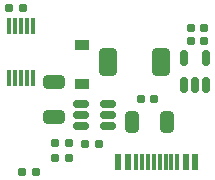
<source format=gbr>
%TF.GenerationSoftware,KiCad,Pcbnew,(6.0.0)*%
%TF.CreationDate,2022-02-06T18:38:23+08:00*%
%TF.ProjectId,FurutaPendulum_Power_Board,46757275-7461-4506-956e-64756c756d5f,rev?*%
%TF.SameCoordinates,Original*%
%TF.FileFunction,Paste,Top*%
%TF.FilePolarity,Positive*%
%FSLAX46Y46*%
G04 Gerber Fmt 4.6, Leading zero omitted, Abs format (unit mm)*
G04 Created by KiCad (PCBNEW (6.0.0)) date 2022-02-06 18:38:23*
%MOMM*%
%LPD*%
G01*
G04 APERTURE LIST*
G04 Aperture macros list*
%AMRoundRect*
0 Rectangle with rounded corners*
0 $1 Rounding radius*
0 $2 $3 $4 $5 $6 $7 $8 $9 X,Y pos of 4 corners*
0 Add a 4 corners polygon primitive as box body*
4,1,4,$2,$3,$4,$5,$6,$7,$8,$9,$2,$3,0*
0 Add four circle primitives for the rounded corners*
1,1,$1+$1,$2,$3*
1,1,$1+$1,$4,$5*
1,1,$1+$1,$6,$7*
1,1,$1+$1,$8,$9*
0 Add four rect primitives between the rounded corners*
20,1,$1+$1,$2,$3,$4,$5,0*
20,1,$1+$1,$4,$5,$6,$7,0*
20,1,$1+$1,$6,$7,$8,$9,0*
20,1,$1+$1,$8,$9,$2,$3,0*%
G04 Aperture macros list end*
%ADD10RoundRect,0.375000X0.375000X0.825000X-0.375000X0.825000X-0.375000X-0.825000X0.375000X-0.825000X0*%
%ADD11RoundRect,0.155000X-0.212500X-0.155000X0.212500X-0.155000X0.212500X0.155000X-0.212500X0.155000X0*%
%ADD12R,1.200000X0.900000*%
%ADD13RoundRect,0.250000X-0.650000X0.325000X-0.650000X-0.325000X0.650000X-0.325000X0.650000X0.325000X0*%
%ADD14RoundRect,0.150000X-0.512500X-0.150000X0.512500X-0.150000X0.512500X0.150000X-0.512500X0.150000X0*%
%ADD15RoundRect,0.160000X-0.197500X-0.160000X0.197500X-0.160000X0.197500X0.160000X-0.197500X0.160000X0*%
%ADD16RoundRect,0.250000X-0.325000X-0.650000X0.325000X-0.650000X0.325000X0.650000X-0.325000X0.650000X0*%
%ADD17RoundRect,0.150000X0.150000X-0.512500X0.150000X0.512500X-0.150000X0.512500X-0.150000X-0.512500X0*%
%ADD18R,0.300000X1.400000*%
%ADD19R,0.600000X1.450000*%
%ADD20R,0.300000X1.450000*%
G04 APERTURE END LIST*
D10*
%TO.C,L1*%
X104325000Y-101970000D03*
X99875000Y-101970000D03*
%TD*%
D11*
%TO.C,C4*%
X92632500Y-111300000D03*
X93767500Y-111300000D03*
%TD*%
D12*
%TO.C,D1*%
X97680000Y-100510000D03*
X97680000Y-103810000D03*
%TD*%
D11*
%TO.C,C3*%
X91532500Y-97370000D03*
X92667500Y-97370000D03*
%TD*%
%TO.C,C6*%
X106865000Y-100200000D03*
X108000000Y-100200000D03*
%TD*%
%TO.C,C2*%
X102642500Y-105120000D03*
X103777500Y-105120000D03*
%TD*%
%TO.C,C5*%
X106865000Y-99100000D03*
X108000000Y-99100000D03*
%TD*%
D13*
%TO.C,C8*%
X95340000Y-103655000D03*
X95340000Y-106605000D03*
%TD*%
D14*
%TO.C,U1*%
X97562500Y-105520000D03*
X97562500Y-106470000D03*
X97562500Y-107420000D03*
X99837500Y-107420000D03*
X99837500Y-106470000D03*
X99837500Y-105520000D03*
%TD*%
D15*
%TO.C,R1*%
X95402500Y-108810000D03*
X96597500Y-108810000D03*
%TD*%
D16*
%TO.C,C1*%
X101905000Y-107030000D03*
X104855000Y-107030000D03*
%TD*%
D17*
%TO.C,U2*%
X106300000Y-103937500D03*
X107250000Y-103937500D03*
X108200000Y-103937500D03*
X108200000Y-101662500D03*
X106300000Y-101662500D03*
%TD*%
D18*
%TO.C,U3*%
X91530000Y-103340000D03*
X92030000Y-103340000D03*
X92530000Y-103340000D03*
X93030000Y-103340000D03*
X93530000Y-103340000D03*
X93530000Y-98940000D03*
X93030000Y-98940000D03*
X92530000Y-98940000D03*
X92030000Y-98940000D03*
X91530000Y-98940000D03*
%TD*%
D11*
%TO.C,C7*%
X95412500Y-110080000D03*
X96547500Y-110080000D03*
%TD*%
D15*
%TO.C,R2*%
X97932500Y-108900000D03*
X99127500Y-108900000D03*
%TD*%
D19*
%TO.C,J1*%
X100750000Y-110455000D03*
X101550000Y-110455000D03*
D20*
X102750000Y-110455000D03*
X103750000Y-110455000D03*
X104250000Y-110455000D03*
X105250000Y-110455000D03*
D19*
X106450000Y-110455000D03*
X107250000Y-110455000D03*
X107250000Y-110455000D03*
X106450000Y-110455000D03*
D20*
X105750000Y-110455000D03*
X104750000Y-110455000D03*
X103250000Y-110455000D03*
X102250000Y-110455000D03*
D19*
X101550000Y-110455000D03*
X100750000Y-110455000D03*
%TD*%
M02*

</source>
